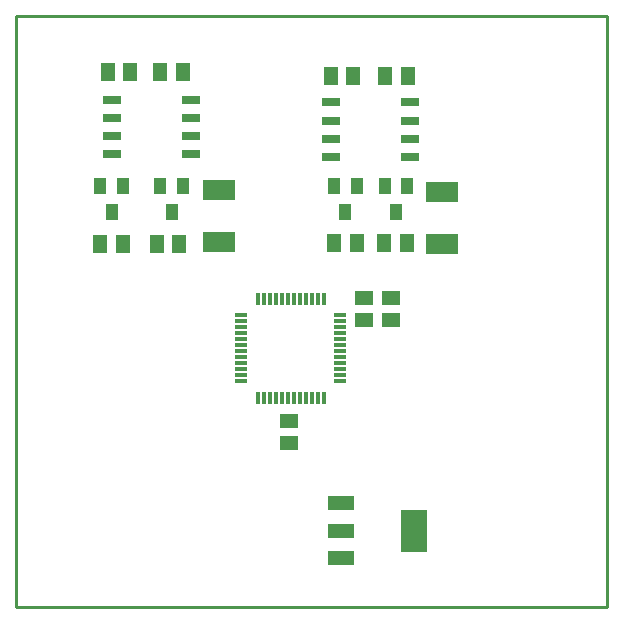
<source format=gtp>
G75*
G70*
%OFA0B0*%
%FSLAX24Y24*%
%IPPOS*%
%LPD*%
%AMOC8*
5,1,8,0,0,1.08239X$1,22.5*
%
%ADD10C,0.0100*%
%ADD11R,0.0433X0.0118*%
%ADD12R,0.0118X0.0433*%
%ADD13R,0.0591X0.0512*%
%ADD14R,0.0880X0.0480*%
%ADD15R,0.0866X0.1417*%
%ADD16R,0.0394X0.0551*%
%ADD17R,0.0512X0.0591*%
%ADD18R,0.1063X0.0709*%
%ADD19R,0.0591X0.0315*%
D10*
X004627Y007324D02*
X024312Y007324D01*
X024312Y027009D01*
X004627Y027009D01*
X004627Y007324D01*
D11*
X012130Y014838D03*
X012130Y015038D03*
X012130Y015238D03*
X012130Y015438D03*
X012130Y015638D03*
X012130Y015838D03*
X012130Y016038D03*
X012130Y016238D03*
X012130Y016438D03*
X012130Y016638D03*
X012130Y016838D03*
X012130Y017038D03*
X015430Y017038D03*
X015430Y016838D03*
X015430Y016638D03*
X015430Y016438D03*
X015430Y016238D03*
X015430Y016038D03*
X015430Y015838D03*
X015430Y015638D03*
X015430Y015438D03*
X015430Y015238D03*
X015430Y015038D03*
X015430Y014838D03*
D12*
X014880Y014288D03*
X014680Y014288D03*
X014480Y014288D03*
X014280Y014288D03*
X014080Y014288D03*
X013880Y014288D03*
X013680Y014288D03*
X013480Y014288D03*
X013280Y014288D03*
X013080Y014288D03*
X012880Y014288D03*
X012680Y014288D03*
X012680Y017588D03*
X012880Y017588D03*
X013080Y017588D03*
X013280Y017588D03*
X013480Y017588D03*
X013680Y017588D03*
X013880Y017588D03*
X014080Y017588D03*
X014280Y017588D03*
X014480Y017588D03*
X014680Y017588D03*
X014880Y017588D03*
D13*
X016213Y017616D03*
X016213Y016868D03*
X017119Y016875D03*
X017119Y017623D03*
X013705Y013513D03*
X013705Y012765D03*
D14*
X015458Y010766D03*
X015458Y009856D03*
X015458Y008946D03*
D15*
X017898Y009856D03*
D16*
X017288Y020474D03*
X016914Y021340D03*
X017662Y021340D03*
X015969Y021348D03*
X015221Y021348D03*
X015595Y020482D03*
X010178Y021348D03*
X009430Y021348D03*
X009804Y020482D03*
X008178Y021348D03*
X007430Y021348D03*
X007804Y020482D03*
D17*
X008178Y019415D03*
X007430Y019415D03*
X009312Y019407D03*
X010060Y019407D03*
X015221Y019458D03*
X015969Y019458D03*
X016894Y019458D03*
X017642Y019458D03*
X017670Y025001D03*
X016922Y025001D03*
X015851Y025009D03*
X015103Y025009D03*
X010174Y025139D03*
X009426Y025139D03*
X008430Y025139D03*
X007682Y025139D03*
D18*
X011379Y021226D03*
X011379Y019494D03*
X018816Y019415D03*
X018816Y021147D03*
D19*
X017764Y022324D03*
X017764Y022927D03*
X017764Y023529D03*
X017764Y024131D03*
X015127Y024131D03*
X015127Y023529D03*
X015127Y022927D03*
X015127Y022324D03*
X010442Y022415D03*
X010442Y023017D03*
X010442Y023619D03*
X010442Y024222D03*
X007804Y024222D03*
X007804Y023619D03*
X007804Y023017D03*
X007804Y022415D03*
M02*

</source>
